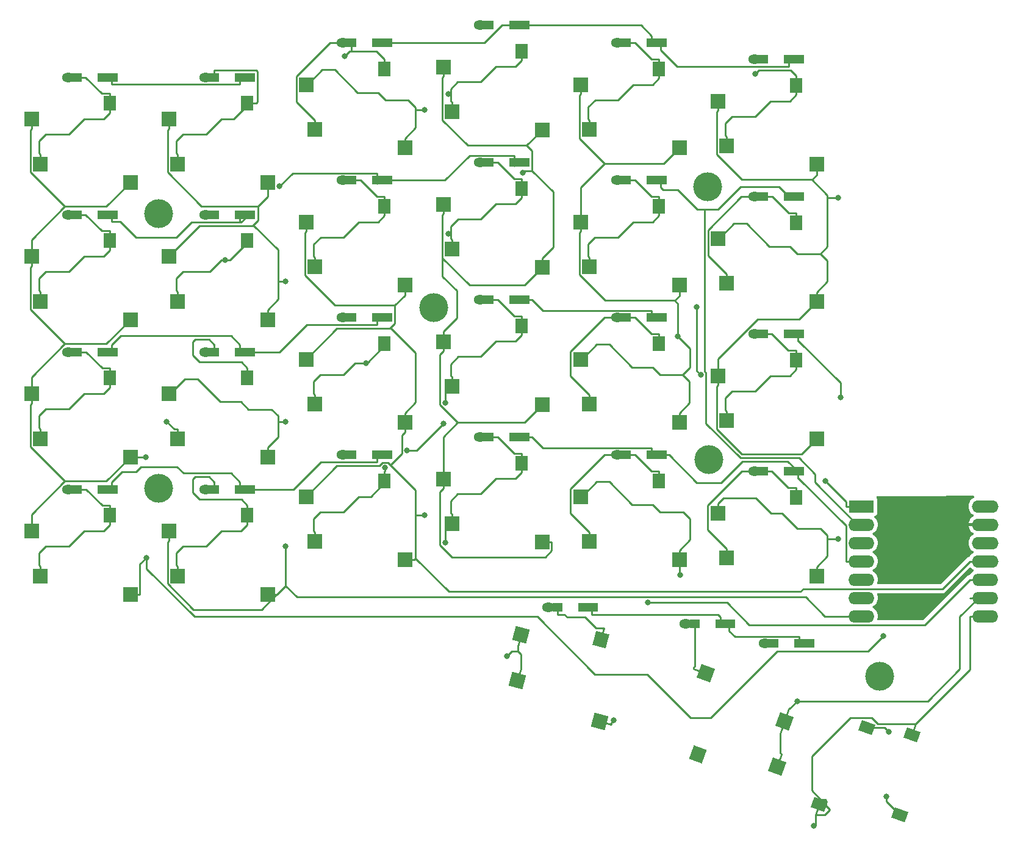
<source format=gbr>
%TF.GenerationSoftware,KiCad,Pcbnew,7.0.10*%
%TF.CreationDate,2024-03-21T20:23:32+01:00*%
%TF.ProjectId,duosync,64756f73-796e-4632-9e6b-696361645f70,rev?*%
%TF.SameCoordinates,Original*%
%TF.FileFunction,Copper,L1,Top*%
%TF.FilePolarity,Positive*%
%FSLAX46Y46*%
G04 Gerber Fmt 4.6, Leading zero omitted, Abs format (unit mm)*
G04 Created by KiCad (PCBNEW 7.0.10) date 2024-03-21 20:23:32*
%MOMM*%
%LPD*%
G01*
G04 APERTURE LIST*
G04 Aperture macros list*
%AMRotRect*
0 Rectangle, with rotation*
0 The origin of the aperture is its center*
0 $1 length*
0 $2 width*
0 $3 Rotation angle, in degrees counterclockwise*
0 Add horizontal line*
21,1,$1,$2,0,0,$3*%
G04 Aperture macros list end*
%TA.AperFunction,SMDPad,CuDef*%
%ADD10R,2.000000X2.000000*%
%TD*%
%TA.AperFunction,SMDPad,CuDef*%
%ADD11R,1.800000X2.000000*%
%TD*%
%TA.AperFunction,ComponentPad*%
%ADD12R,1.778000X1.300000*%
%TD*%
%TA.AperFunction,SMDPad,CuDef*%
%ADD13R,1.400000X1.300000*%
%TD*%
%TA.AperFunction,ComponentPad*%
%ADD14O,1.778000X1.300000*%
%TD*%
%TA.AperFunction,ComponentPad*%
%ADD15R,3.500000X1.700000*%
%TD*%
%TA.AperFunction,ComponentPad*%
%ADD16O,3.600000X1.700000*%
%TD*%
%TA.AperFunction,ComponentPad*%
%ADD17O,3.700000X1.700000*%
%TD*%
%TA.AperFunction,ComponentPad*%
%ADD18C,0.500000*%
%TD*%
%TA.AperFunction,ComponentPad*%
%ADD19C,4.000000*%
%TD*%
%TA.AperFunction,SMDPad,CuDef*%
%ADD20RotRect,1.500000X2.000000X250.000000*%
%TD*%
%TA.AperFunction,SMDPad,CuDef*%
%ADD21RotRect,2.000000X2.000000X340.000000*%
%TD*%
%TA.AperFunction,SMDPad,CuDef*%
%ADD22RotRect,1.900000X2.000000X340.000000*%
%TD*%
%TA.AperFunction,SMDPad,CuDef*%
%ADD23RotRect,2.000000X2.000000X165.000000*%
%TD*%
%TA.AperFunction,SMDPad,CuDef*%
%ADD24RotRect,1.900000X2.000000X165.000000*%
%TD*%
%TA.AperFunction,ViaPad*%
%ADD25C,0.800000*%
%TD*%
%TA.AperFunction,Conductor*%
%ADD26C,0.250000*%
%TD*%
G04 APERTURE END LIST*
D10*
%TO.P,K42,1*%
%TO.N,Column 4*%
X156257200Y-61970100D03*
X142557200Y-53190100D03*
D11*
%TO.P,K42,2*%
%TO.N,Net-(D42-A)*%
X153457200Y-50990100D03*
D10*
X143757200Y-59430100D03*
%TD*%
D12*
%TO.P,D13,1,K*%
%TO.N,Row 3*%
X96507200Y-73679100D03*
D13*
X95282200Y-73679100D03*
%TO.P,D13,2,A*%
%TO.N,Net-(D13-A)*%
X91732200Y-73679100D03*
D14*
X90507200Y-73679100D03*
%TD*%
D10*
%TO.P,K54,1*%
%TO.N,Column 5*%
X175307000Y-102546100D03*
X161607000Y-93766100D03*
D11*
%TO.P,K54,2*%
%TO.N,Net-(D54-A)*%
X172507000Y-91566100D03*
D10*
X162807000Y-100006100D03*
%TD*%
D12*
%TO.P,D31,1,K*%
%TO.N,Row 1*%
X134607200Y-30816100D03*
D13*
X133382200Y-30816100D03*
%TO.P,D31,2,A*%
%TO.N,Net-(D31-A)*%
X129832200Y-30816100D03*
D14*
X128607200Y-30816100D03*
%TD*%
D10*
%TO.P,K41,1*%
%TO.N,Column 4*%
X156257200Y-42920100D03*
X142557200Y-34140100D03*
D11*
%TO.P,K41,2*%
%TO.N,Net-(D41-A)*%
X153457200Y-31940100D03*
D10*
X143757200Y-40380100D03*
%TD*%
D12*
%TO.P,D55,1,K*%
%TO.N,Row 5*%
X182232200Y-111398100D03*
D13*
X181007200Y-111398100D03*
%TO.P,D55,2,A*%
%TO.N,Net-(D55-A)*%
X177457200Y-111398100D03*
D14*
X176232200Y-111398100D03*
%TD*%
D15*
%TO.P,U1,1,PA02_A0_D0*%
%TO.N,Row 1*%
X200550000Y-95100000D03*
D16*
%TO.P,U1,2,PA4_A1_D1*%
%TO.N,Row 2*%
X200550000Y-97640000D03*
%TO.P,U1,3,PA10_A2_D2*%
%TO.N,Row 3*%
X200550000Y-100180000D03*
%TO.P,U1,4,PA11_A3_D3*%
%TO.N,Row 4*%
X200550000Y-102720000D03*
%TO.P,U1,5,PA8_A4_D4_SDA*%
%TO.N,Row 5*%
X200550000Y-105260000D03*
%TO.P,U1,6,PA9_A5_D5_SCL*%
%TO.N,Column 1*%
X200550000Y-107800000D03*
%TO.P,U1,7,PB08_A6_TX*%
%TO.N,Column 2*%
X200550000Y-110340000D03*
%TO.P,U1,8,PB09_D7_RX*%
%TO.N,Column 6*%
X217800000Y-110340000D03*
%TO.P,U1,9,PA7_A8_D8_SCK*%
%TO.N,Column 5*%
X217800000Y-107800000D03*
%TO.P,U1,10,PA5_A9_D9_MISO*%
%TO.N,Column 4*%
X217800000Y-105260000D03*
D17*
%TO.P,U1,11,PA6_A10_D10_MOSI*%
%TO.N,Column 3*%
X217800000Y-102720000D03*
%TO.P,U1,12,3V3*%
%TO.N,unconnected-(U1-3V3-Pad12)*%
X217800000Y-100180000D03*
%TO.P,U1,13,GND*%
%TO.N,ground*%
X217800000Y-97640000D03*
%TO.P,U1,14,5V*%
%TO.N,unconnected-(U1-5V-Pad14)*%
X217800000Y-95100000D03*
%TD*%
D10*
%TO.P,K34,1*%
%TO.N,Column 3*%
X137207200Y-102546100D03*
X123507200Y-93766100D03*
D11*
%TO.P,K34,2*%
%TO.N,Net-(D34-A)*%
X134407200Y-91566100D03*
D10*
X124707200Y-100006100D03*
%TD*%
%TO.P,K14,1*%
%TO.N,Column 1*%
X99107200Y-107309100D03*
X85407200Y-98529100D03*
D11*
%TO.P,K14,2*%
%TO.N,Net-(D14-A)*%
X96307200Y-96329100D03*
D10*
X86607200Y-104769100D03*
%TD*%
D12*
%TO.P,D33,1,K*%
%TO.N,Row 3*%
X134607200Y-68916100D03*
D13*
X133382200Y-68916100D03*
%TO.P,D33,2,A*%
%TO.N,Net-(D33-A)*%
X129832200Y-68916100D03*
D14*
X128607200Y-68916100D03*
%TD*%
D10*
%TO.P,K51,1*%
%TO.N,Column 5*%
X175307000Y-45396100D03*
X161607000Y-36616100D03*
D11*
%TO.P,K51,2*%
%TO.N,Net-(D51-A)*%
X172507000Y-34416100D03*
D10*
X162807000Y-42856100D03*
%TD*%
D12*
%TO.P,D34,1,K*%
%TO.N,Row 4*%
X134607200Y-87966100D03*
D13*
X133382200Y-87966100D03*
%TO.P,D34,2,A*%
%TO.N,Net-(D34-A)*%
X129832200Y-87966100D03*
D14*
X128607200Y-87966100D03*
%TD*%
D12*
%TO.P,D65,1,K*%
%TO.N,Row 5*%
X193193900Y-114136100D03*
D13*
X191968900Y-114136100D03*
%TO.P,D65,2,A*%
%TO.N,Net-(D65-A)*%
X188418900Y-114136100D03*
D14*
X187193900Y-114136100D03*
%TD*%
D18*
%TO.P,s2,1*%
%TO.N,N/C*%
X101500000Y-92600000D03*
X101940000Y-91540000D03*
X101940000Y-93660000D03*
X103000000Y-91100000D03*
D19*
X103000000Y-92600000D03*
D18*
X103000000Y-94100000D03*
X104060000Y-91540000D03*
X104060000Y-93660000D03*
X104500000Y-92600000D03*
%TD*%
D10*
%TO.P,K24,1*%
%TO.N,Column 2*%
X118157200Y-107309100D03*
X104457200Y-98529100D03*
D11*
%TO.P,K24,2*%
%TO.N,Net-(D24-A)*%
X115357200Y-96329100D03*
D10*
X105657200Y-104769100D03*
%TD*%
D18*
%TO.P,s4,1*%
%TO.N,N/C*%
X177700000Y-50800000D03*
X178140000Y-49740000D03*
X178140000Y-51860000D03*
X179200000Y-49300000D03*
D19*
X179200000Y-50800000D03*
D18*
X179200000Y-52300000D03*
X180260000Y-49740000D03*
X180260000Y-51860000D03*
X180700000Y-50800000D03*
%TD*%
D12*
%TO.P,D52,1,K*%
%TO.N,Row 2*%
X172707000Y-49866100D03*
D13*
X171482000Y-49866100D03*
%TO.P,D52,2,A*%
%TO.N,Net-(D52-A)*%
X167932000Y-49866100D03*
D14*
X166707000Y-49866100D03*
%TD*%
D10*
%TO.P,K44,1*%
%TO.N,Column 4*%
X156257200Y-100070100D03*
X142557200Y-91290100D03*
D11*
%TO.P,K44,2*%
%TO.N,Net-(D44-A)*%
X153457200Y-89090100D03*
D10*
X143757200Y-97530100D03*
%TD*%
D12*
%TO.P,D51,1,K*%
%TO.N,Row 1*%
X172707000Y-30816100D03*
D13*
X171482000Y-30816100D03*
%TO.P,D51,2,A*%
%TO.N,Net-(D51-A)*%
X167932000Y-30816100D03*
D14*
X166707000Y-30816100D03*
%TD*%
D10*
%TO.P,K52,1*%
%TO.N,Column 5*%
X175307000Y-64446100D03*
X161607000Y-55666100D03*
D11*
%TO.P,K52,2*%
%TO.N,Net-(D52-A)*%
X172507000Y-53466100D03*
D10*
X162807000Y-61906100D03*
%TD*%
%TO.P,K21,1*%
%TO.N,Column 2*%
X118157200Y-50159100D03*
X104457200Y-41379100D03*
D11*
%TO.P,K21,2*%
%TO.N,Net-(D21-A)*%
X115357200Y-39179100D03*
D10*
X105657200Y-47619100D03*
%TD*%
D20*
%TO.P,K65,1*%
%TO.N,Column 6*%
X194739151Y-136466947D03*
X207606924Y-126784034D03*
%TO.P,K65,2*%
%TO.N,Net-(D65-A)*%
X201332817Y-125777459D03*
X205912026Y-137873097D03*
%TD*%
D10*
%TO.P,K61,1*%
%TO.N,Column 6*%
X194357200Y-47682100D03*
X180657200Y-38902100D03*
D11*
%TO.P,K61,2*%
%TO.N,Net-(D61-A)*%
X191557200Y-36702100D03*
D10*
X181857200Y-45142100D03*
%TD*%
%TO.P,K11,1*%
%TO.N,Column 1*%
X99107200Y-50159100D03*
X85407200Y-41379100D03*
D11*
%TO.P,K11,2*%
%TO.N,Net-(D11-A)*%
X96307200Y-39179100D03*
D10*
X86607200Y-47619100D03*
%TD*%
%TO.P,K13,1*%
%TO.N,Column 1*%
X99107200Y-88259100D03*
X85407200Y-79479100D03*
D11*
%TO.P,K13,2*%
%TO.N,Net-(D13-A)*%
X96307200Y-77279100D03*
D10*
X86607200Y-85719100D03*
%TD*%
%TO.P,K33,1*%
%TO.N,Column 3*%
X137207200Y-83496100D03*
X123507200Y-74716100D03*
D11*
%TO.P,K33,2*%
%TO.N,Net-(D33-A)*%
X134407200Y-72516100D03*
D10*
X124707200Y-80956100D03*
%TD*%
%TO.P,K32,1*%
%TO.N,Column 3*%
X137207200Y-64446100D03*
X123507200Y-55666100D03*
D11*
%TO.P,K32,2*%
%TO.N,Net-(D32-A)*%
X134407200Y-53466100D03*
D10*
X124707200Y-61906100D03*
%TD*%
D18*
%TO.P,s1,1*%
%TO.N,N/C*%
X101500000Y-54500000D03*
X101940000Y-53440000D03*
X101940000Y-55560000D03*
X103000000Y-53000000D03*
D19*
X103000000Y-54500000D03*
D18*
X103000000Y-56000000D03*
X104060000Y-53440000D03*
X104060000Y-55560000D03*
X104500000Y-54500000D03*
%TD*%
D10*
%TO.P,K43,1*%
%TO.N,Column 4*%
X156257200Y-81020100D03*
X142557200Y-72240100D03*
D11*
%TO.P,K43,2*%
%TO.N,Net-(D43-A)*%
X153457200Y-70040100D03*
D10*
X143757200Y-78480100D03*
%TD*%
%TO.P,K23,1*%
%TO.N,Column 2*%
X118157200Y-88259100D03*
X104457200Y-79479100D03*
D11*
%TO.P,K23,2*%
%TO.N,Net-(D23-A)*%
X115357200Y-77279100D03*
D10*
X105657200Y-85719100D03*
%TD*%
D12*
%TO.P,D42,1,K*%
%TO.N,Row 2*%
X153657200Y-47390100D03*
D13*
X152432200Y-47390100D03*
%TO.P,D42,2,A*%
%TO.N,Net-(D42-A)*%
X148882200Y-47390100D03*
D14*
X147657200Y-47390100D03*
%TD*%
D12*
%TO.P,D54,1,K*%
%TO.N,Row 4*%
X172707000Y-87966100D03*
D13*
X171482000Y-87966100D03*
%TO.P,D54,2,A*%
%TO.N,Net-(D54-A)*%
X167932000Y-87966100D03*
D14*
X166707000Y-87966100D03*
%TD*%
D12*
%TO.P,D61,1,K*%
%TO.N,Row 1*%
X191757200Y-33102100D03*
D13*
X190532200Y-33102100D03*
%TO.P,D61,2,A*%
%TO.N,Net-(D61-A)*%
X186982200Y-33102100D03*
D14*
X185757200Y-33102100D03*
%TD*%
D10*
%TO.P,K22,1*%
%TO.N,Column 2*%
X118157200Y-69209100D03*
X104457200Y-60429100D03*
D11*
%TO.P,K22,2*%
%TO.N,Net-(D22-A)*%
X115357200Y-58229100D03*
D10*
X105657200Y-66669100D03*
%TD*%
D12*
%TO.P,D32,1,K*%
%TO.N,Row 2*%
X134607200Y-49866100D03*
D13*
X133382200Y-49866100D03*
%TO.P,D32,2,A*%
%TO.N,Net-(D32-A)*%
X129832200Y-49866100D03*
D14*
X128607200Y-49866100D03*
%TD*%
D12*
%TO.P,D14,1,K*%
%TO.N,Row 4*%
X96507200Y-92729100D03*
D13*
X95282200Y-92729100D03*
%TO.P,D14,2,A*%
%TO.N,Net-(D14-A)*%
X91732200Y-92729100D03*
D14*
X90507200Y-92729100D03*
%TD*%
D12*
%TO.P,D22,1,K*%
%TO.N,Row 2*%
X115557200Y-54629100D03*
D13*
X114332200Y-54629100D03*
%TO.P,D22,2,A*%
%TO.N,Net-(D22-A)*%
X110782200Y-54629100D03*
D14*
X109557200Y-54629100D03*
%TD*%
D18*
%TO.P,s6,1*%
%TO.N,N/C*%
X201600000Y-118700000D03*
X202040000Y-117640000D03*
X202040000Y-119760000D03*
X203100000Y-117200000D03*
D19*
X203100000Y-118700000D03*
D18*
X203100000Y-120200000D03*
X204160000Y-117640000D03*
X204160000Y-119760000D03*
X204600000Y-118700000D03*
%TD*%
D12*
%TO.P,D44,1,K*%
%TO.N,Row 4*%
X153657200Y-85490100D03*
D13*
X152432200Y-85490100D03*
%TO.P,D44,2,A*%
%TO.N,Net-(D44-A)*%
X148882200Y-85490100D03*
D14*
X147657200Y-85490100D03*
%TD*%
D10*
%TO.P,K53,1*%
%TO.N,Column 5*%
X175307000Y-83496100D03*
X161607000Y-74716100D03*
D11*
%TO.P,K53,2*%
%TO.N,Net-(D53-A)*%
X172507000Y-72516100D03*
D10*
X162807000Y-80956100D03*
%TD*%
D18*
%TO.P,s3,1*%
%TO.N,N/C*%
X139700000Y-67500000D03*
X140140000Y-66440000D03*
X140140000Y-68560000D03*
X141200000Y-66000000D03*
D19*
X141200000Y-67500000D03*
D18*
X141200000Y-69000000D03*
X142260000Y-66440000D03*
X142260000Y-68560000D03*
X142700000Y-67500000D03*
%TD*%
D12*
%TO.P,D23,1,K*%
%TO.N,Row 3*%
X115557200Y-73679100D03*
D13*
X114332200Y-73679100D03*
%TO.P,D23,2,A*%
%TO.N,Net-(D23-A)*%
X110782200Y-73679100D03*
D14*
X109557200Y-73679100D03*
%TD*%
D12*
%TO.P,D63,1,K*%
%TO.N,Row 3*%
X191757200Y-71202100D03*
D13*
X190532200Y-71202100D03*
%TO.P,D63,2,A*%
%TO.N,Net-(D63-A)*%
X186982200Y-71202100D03*
D14*
X185757200Y-71202100D03*
%TD*%
D10*
%TO.P,K31,1*%
%TO.N,Column 3*%
X137207200Y-45396100D03*
X123507200Y-36616100D03*
D11*
%TO.P,K31,2*%
%TO.N,Net-(D31-A)*%
X134407200Y-34416100D03*
D10*
X124707200Y-42856100D03*
%TD*%
D12*
%TO.P,D41,1,K*%
%TO.N,Row 1*%
X153657200Y-28340100D03*
D13*
X152432200Y-28340100D03*
%TO.P,D41,2,A*%
%TO.N,Net-(D41-A)*%
X148882200Y-28340100D03*
D14*
X147657200Y-28340100D03*
%TD*%
D10*
%TO.P,K12,1*%
%TO.N,Column 1*%
X99107200Y-69209100D03*
X85407200Y-60429100D03*
D11*
%TO.P,K12,2*%
%TO.N,Net-(D12-A)*%
X96307200Y-58229100D03*
D10*
X86607200Y-66669100D03*
%TD*%
D18*
%TO.P,s5,1*%
%TO.N,N/C*%
X177900000Y-88600000D03*
X178340000Y-87540000D03*
X178340000Y-89660000D03*
X179400000Y-87100000D03*
D19*
X179400000Y-88600000D03*
D18*
X179400000Y-90100000D03*
X180460000Y-87540000D03*
X180460000Y-89660000D03*
X180900000Y-88600000D03*
%TD*%
D12*
%TO.P,D53,1,K*%
%TO.N,Row 3*%
X172707000Y-68916100D03*
D13*
X171482000Y-68916100D03*
%TO.P,D53,2,A*%
%TO.N,Net-(D53-A)*%
X167932000Y-68916100D03*
D14*
X166707000Y-68916100D03*
%TD*%
D12*
%TO.P,D24,1,K*%
%TO.N,Row 4*%
X115557200Y-92729100D03*
D13*
X114332200Y-92729100D03*
%TO.P,D24,2,A*%
%TO.N,Net-(D24-A)*%
X110782200Y-92729100D03*
D14*
X109557200Y-92729100D03*
%TD*%
D10*
%TO.P,K64,1*%
%TO.N,Column 6*%
X194357200Y-104832100D03*
X180657200Y-96052100D03*
D11*
%TO.P,K64,2*%
%TO.N,Net-(D64-A)*%
X191557200Y-93852100D03*
D10*
X181857200Y-102292100D03*
%TD*%
D12*
%TO.P,D21,1,K*%
%TO.N,Row 1*%
X115557200Y-35579100D03*
D13*
X114332200Y-35579100D03*
%TO.P,D21,2,A*%
%TO.N,Net-(D21-A)*%
X110782200Y-35579100D03*
D14*
X109557200Y-35579100D03*
%TD*%
D10*
%TO.P,K63,1*%
%TO.N,Column 6*%
X194357200Y-85782100D03*
X180657200Y-77002100D03*
D11*
%TO.P,K63,2*%
%TO.N,Net-(D63-A)*%
X191557200Y-74802100D03*
D10*
X181857200Y-83242100D03*
%TD*%
D12*
%TO.P,D43,1,K*%
%TO.N,Row 3*%
X153657200Y-66440100D03*
D13*
X152432200Y-66440100D03*
%TO.P,D43,2,A*%
%TO.N,Net-(D43-A)*%
X148882200Y-66440100D03*
D14*
X147657200Y-66440100D03*
%TD*%
D12*
%TO.P,D11,1,K*%
%TO.N,Row 1*%
X96507200Y-35579100D03*
D13*
X95282200Y-35579100D03*
%TO.P,D11,2,A*%
%TO.N,Net-(D11-A)*%
X91732200Y-35579100D03*
D14*
X90507200Y-35579100D03*
%TD*%
D12*
%TO.P,D64,1,K*%
%TO.N,Row 4*%
X191757200Y-90252100D03*
D13*
X190532200Y-90252100D03*
%TO.P,D64,2,A*%
%TO.N,Net-(D64-A)*%
X186982200Y-90252100D03*
D14*
X185757200Y-90252100D03*
%TD*%
D12*
%TO.P,D62,1,K*%
%TO.N,Row 2*%
X191757200Y-52152100D03*
D13*
X190532200Y-52152100D03*
%TO.P,D62,2,A*%
%TO.N,Net-(D62-A)*%
X186982200Y-52152100D03*
D14*
X185757200Y-52152100D03*
%TD*%
D10*
%TO.P,K62,1*%
%TO.N,Column 6*%
X194357200Y-66732100D03*
X180657200Y-57952100D03*
D11*
%TO.P,K62,2*%
%TO.N,Net-(D62-A)*%
X191557200Y-55752100D03*
D10*
X181857200Y-64192100D03*
%TD*%
D12*
%TO.P,D12,1,K*%
%TO.N,Row 2*%
X96507200Y-54629100D03*
D13*
X95282200Y-54629100D03*
%TO.P,D12,2,A*%
%TO.N,Net-(D12-A)*%
X91732200Y-54629100D03*
D14*
X90507200Y-54629100D03*
%TD*%
D12*
%TO.P,D45,1,K*%
%TO.N,Row 5*%
X163182200Y-109112100D03*
D13*
X161957200Y-109112100D03*
%TO.P,D45,2,A*%
%TO.N,Net-(D45-A)*%
X158407200Y-109112100D03*
D14*
X157182200Y-109112100D03*
%TD*%
D21*
%TO.P,K55,1*%
%TO.N,Column 5*%
X188893436Y-131174126D03*
X189900010Y-124900020D03*
D22*
%TO.P,K55,2*%
%TO.N,Net-(D55-A)*%
X177898342Y-129513430D03*
D21*
X179022584Y-118237949D03*
%TD*%
D23*
%TO.P,K45,1*%
%TO.N,Column 4*%
X153315831Y-112941740D03*
X152859911Y-119279700D03*
D24*
%TO.P,K45,2*%
%TO.N,Net-(D45-A)*%
X164413825Y-113637831D03*
D23*
X164276584Y-124968390D03*
%TD*%
D25*
%TO.N,Column 1*%
X203600000Y-113100000D03*
X101286200Y-88300500D03*
X101336200Y-102222200D03*
%TO.N,Column 2*%
X120646900Y-63924100D03*
X120646900Y-83341300D03*
X120671900Y-100644300D03*
%TO.N,Column 6*%
X193989600Y-139432600D03*
X197353200Y-99594900D03*
X197361500Y-52269600D03*
%TO.N,Column 5*%
X175416900Y-104630800D03*
X191661500Y-122110900D03*
X175121900Y-71526000D03*
%TO.N,Column 4*%
X153554800Y-48816600D03*
X170965400Y-108456000D03*
X151393900Y-115881400D03*
%TO.N,Column 3*%
X139957700Y-96283200D03*
X139957700Y-40134200D03*
%TO.N,Row 1*%
X195617600Y-91599100D03*
X178299200Y-76860200D03*
X177751600Y-67458900D03*
%TO.N,Row 2*%
X119844700Y-50724500D03*
%TO.N,Row 3*%
X197671600Y-79984000D03*
%TO.N,Row 4*%
X142567800Y-83599700D03*
X137513000Y-87345000D03*
%TO.N,Net-(D22-A)*%
X112250900Y-60929100D03*
%TO.N,Net-(D23-A)*%
X104161200Y-83341300D03*
%TO.N,Net-(D61-A)*%
X185836300Y-35077600D03*
%TO.N,Net-(D31-A)*%
X128857200Y-32667000D03*
%TO.N,Net-(D33-A)*%
X131822400Y-75216100D03*
%TO.N,Net-(D34-A)*%
X134437300Y-89748100D03*
%TO.N,Net-(D41-A)*%
X143239100Y-37877700D03*
%TO.N,Net-(D42-A)*%
X143256300Y-57300700D03*
%TO.N,Net-(D43-A)*%
X142832700Y-80720200D03*
%TO.N,Net-(D44-A)*%
X142834300Y-100144800D03*
%TO.N,Net-(D45-A)*%
X166199100Y-124795400D03*
%TO.N,Net-(D65-A)*%
X204079100Y-135395000D03*
X204356000Y-126383200D03*
%TO.N,ground*%
X207600000Y-104800000D03*
X207900000Y-110200000D03*
%TD*%
D26*
%TO.N,Column 1*%
X85235000Y-42878200D02*
X85407200Y-42706000D01*
X85407200Y-60429100D02*
X85407200Y-58098900D01*
X85407200Y-79479100D02*
X85407200Y-80806000D01*
X101336200Y-103734496D02*
X108001704Y-110400000D01*
X100434100Y-103124300D02*
X100434100Y-107309100D01*
X85407200Y-77148900D02*
X90009900Y-72546200D01*
X90009900Y-91596200D02*
X85235000Y-86821300D01*
X85235000Y-80978200D02*
X85407200Y-80806000D01*
X179685562Y-124414438D02*
X188900000Y-115200000D01*
X85407200Y-60429100D02*
X85407200Y-61756000D01*
X85235000Y-67771300D02*
X85235000Y-61928200D01*
X101336200Y-102222200D02*
X100434100Y-103124300D01*
X99107200Y-107309100D02*
X100434100Y-107309100D01*
X90009900Y-53496200D02*
X85235000Y-48721300D01*
X90009900Y-72546200D02*
X85235000Y-67771300D01*
X85407200Y-98529100D02*
X85407200Y-96198900D01*
X101336200Y-102222200D02*
X101336200Y-103734496D01*
X101286200Y-88300500D02*
X100475500Y-88300500D01*
X90009900Y-72546200D02*
X95770100Y-72546200D01*
X108001704Y-110400000D02*
X155617772Y-110400000D01*
X85407200Y-96198900D02*
X90009900Y-91596200D01*
X95770100Y-72546200D02*
X99107200Y-69209100D01*
X90009900Y-53496200D02*
X95770100Y-53496200D01*
X163617772Y-118400000D02*
X170859469Y-118400000D01*
X176873907Y-124414438D02*
X179685562Y-124414438D01*
X188900000Y-115200000D02*
X201200000Y-115200000D01*
X85235000Y-48721300D02*
X85235000Y-42878200D01*
X155617772Y-110400000D02*
X163617772Y-118400000D01*
X201200000Y-115200000D02*
X201500000Y-115200000D01*
X95770100Y-91596200D02*
X99107200Y-88259100D01*
X95770100Y-53496200D02*
X99107200Y-50159100D01*
X201500000Y-115200000D02*
X203600000Y-113100000D01*
X90009900Y-91596200D02*
X95770100Y-91596200D01*
X85407200Y-41379100D02*
X85407200Y-42706000D01*
X85235000Y-86821300D02*
X85235000Y-80978200D01*
X85407200Y-58098900D02*
X90009900Y-53496200D01*
X85407200Y-79479100D02*
X85407200Y-77148900D01*
X170859469Y-118400000D02*
X176873907Y-124414438D01*
X100475500Y-88300500D02*
X100434100Y-88259100D01*
X99107200Y-88259100D02*
X100434100Y-88259100D01*
X85235000Y-61928200D02*
X85407200Y-61756000D01*
%TO.N,Column 2*%
X195523700Y-110340000D02*
X192861300Y-107677600D01*
X118157200Y-88259100D02*
X118157200Y-86932200D01*
X119655400Y-63924100D02*
X119655400Y-59536200D01*
X119484100Y-107309100D02*
X120671900Y-106121300D01*
X118157200Y-67882200D02*
X119655400Y-66384000D01*
X104457200Y-60429100D02*
X108734100Y-56152200D01*
X111617400Y-80602100D02*
X111617400Y-80602200D01*
X116816500Y-53491200D02*
X118157200Y-52150500D01*
X107851200Y-109426700D02*
X104272900Y-105848400D01*
X118157200Y-69209100D02*
X118157200Y-67882200D01*
X119655400Y-66384000D02*
X119655400Y-63924100D01*
X118157200Y-107309100D02*
X119484100Y-107309100D01*
X120671900Y-106121300D02*
X120671900Y-100644300D01*
X116816500Y-53491200D02*
X116816500Y-55446600D01*
X104285800Y-48776200D02*
X109000800Y-53491200D01*
X108734100Y-56152200D02*
X116110900Y-56152200D01*
X118157200Y-52150500D02*
X118157200Y-50159100D01*
X109000800Y-53491200D02*
X116816500Y-53491200D01*
X104457200Y-42706000D02*
X104285800Y-42877400D01*
X119592300Y-85497100D02*
X118157200Y-86932200D01*
X104457200Y-79479100D02*
X104620200Y-79479100D01*
X119592300Y-82547200D02*
X119592300Y-83341300D01*
X104457200Y-98529100D02*
X104457200Y-99856000D01*
X117366500Y-109426700D02*
X107851200Y-109426700D01*
X119592300Y-83341300D02*
X119592300Y-85497100D01*
X192861300Y-107677600D02*
X122228200Y-107677600D01*
X104620200Y-79479000D02*
X106697000Y-77402200D01*
X104272900Y-100040300D02*
X104457200Y-99856000D01*
X104272900Y-105848400D02*
X104272900Y-100040300D01*
X119420800Y-107372500D02*
X119420700Y-107372500D01*
X111617400Y-80602200D02*
X114458600Y-80602200D01*
X116110900Y-56152200D02*
X116191200Y-56071900D01*
X119655400Y-59536200D02*
X116191200Y-56071900D01*
X119420700Y-107372500D02*
X117366500Y-109426700D01*
X120646900Y-63924100D02*
X119655400Y-63924100D01*
X114458600Y-80602200D02*
X115497700Y-81641300D01*
X201550000Y-110340000D02*
X195523700Y-110340000D01*
X118686400Y-81641300D02*
X119592300Y-82547200D01*
X104285800Y-42877400D02*
X104285800Y-48776200D01*
X122228200Y-107677600D02*
X120671900Y-106121300D01*
X115497700Y-81641300D02*
X118686400Y-81641300D01*
X119484100Y-107309200D02*
X119420800Y-107372500D01*
X104457200Y-41379100D02*
X104457200Y-42706000D01*
X104620200Y-79479100D02*
X104620200Y-79479000D01*
X119484100Y-107309100D02*
X119484100Y-107309200D01*
X116816500Y-55446600D02*
X116191200Y-56071900D01*
X120646900Y-83341300D02*
X119592300Y-83341300D01*
X108417500Y-77402200D02*
X111617400Y-80602100D01*
X106697000Y-77402200D02*
X108417500Y-77402200D01*
%TO.N,Column 6*%
X182897000Y-55875200D02*
X184617500Y-55875200D01*
X194907900Y-98177000D02*
X191660400Y-98177000D01*
X194205700Y-139216500D02*
X194205700Y-137932800D01*
X194205700Y-137932800D02*
X195489400Y-137932800D01*
X194891300Y-135762400D02*
X193674600Y-134545700D01*
X195828500Y-102033900D02*
X195828500Y-99594900D01*
X194357200Y-47682100D02*
X194357200Y-49009000D01*
X195875200Y-51971700D02*
X193700900Y-49797400D01*
X195627100Y-135835500D02*
X195554000Y-135762400D01*
X191660400Y-60077000D02*
X194907900Y-60077000D01*
X196183900Y-137238300D02*
X196183900Y-137164600D01*
X194357200Y-103505200D02*
X195828500Y-102033900D01*
X215673100Y-110340000D02*
X215673100Y-117785500D01*
X195824100Y-60993200D02*
X195824100Y-63938300D01*
X194357200Y-85782100D02*
X192259000Y-87880300D01*
X187817400Y-59075200D02*
X190658600Y-59075200D01*
X180484800Y-84389300D02*
X180484800Y-78501400D01*
X191913600Y-69175700D02*
X194357200Y-66732100D01*
X193700900Y-49797400D02*
X194357200Y-49141100D01*
X195828500Y-99594900D02*
X195828500Y-99097600D01*
X180530300Y-40355900D02*
X180530300Y-46327700D01*
X194357200Y-49141100D02*
X194357200Y-49009000D01*
X208140500Y-125318100D02*
X208140400Y-125318100D01*
X180820200Y-57952000D02*
X182897000Y-55875200D01*
X187817400Y-59075100D02*
X187817400Y-59075200D01*
X195875200Y-59109700D02*
X195875200Y-52269600D01*
X192259000Y-87880300D02*
X183975800Y-87880300D01*
X195875200Y-52269600D02*
X197361500Y-52269600D01*
X216800000Y-110340000D02*
X215673100Y-110340000D01*
X195875200Y-52269600D02*
X195875200Y-51971700D01*
X184000000Y-49797400D02*
X193700900Y-49797400D01*
X185928800Y-93972000D02*
X181410400Y-93972000D01*
X195489400Y-137932800D02*
X196183900Y-137238300D01*
X201980400Y-124403800D02*
X202894700Y-125318100D01*
X194357200Y-104832100D02*
X194357200Y-103505200D01*
X215673100Y-117785500D02*
X208140500Y-125318100D01*
X193989600Y-139432600D02*
X194205700Y-139216500D01*
X180530300Y-46327700D02*
X184000000Y-49797400D01*
X196183900Y-137164600D02*
X195627100Y-136607800D01*
X194907900Y-60077000D02*
X195875200Y-59109700D01*
X188004300Y-96047500D02*
X185928800Y-93972000D01*
X191660400Y-98177000D02*
X189530900Y-96047500D01*
X193674600Y-129789100D02*
X199059900Y-124403800D01*
X195824100Y-63938300D02*
X194357200Y-65405200D01*
X180657200Y-40229000D02*
X180530300Y-40355900D01*
X195828500Y-99594900D02*
X197353200Y-99594900D01*
X194907900Y-60077000D02*
X195824100Y-60993200D01*
X180657200Y-96052100D02*
X180657200Y-94725200D01*
X199059900Y-124403800D02*
X201980400Y-124403800D01*
X194739200Y-136466900D02*
X194205700Y-137932800D01*
X195828500Y-99097600D02*
X194907900Y-98177000D01*
X180657200Y-77243900D02*
X180657200Y-77002100D01*
X195627100Y-136607800D02*
X195627100Y-135835500D01*
X207606900Y-126784000D02*
X208140400Y-125318100D01*
X184617500Y-55875200D02*
X187817400Y-59075100D01*
X180657200Y-77243900D02*
X180657200Y-78329000D01*
X186160900Y-69175700D02*
X191913600Y-69175700D01*
X180484800Y-78501400D02*
X180657200Y-78329000D01*
X181410400Y-93972000D02*
X180657200Y-94725200D01*
X202894700Y-125318100D02*
X208140400Y-125318100D01*
X189530900Y-96047500D02*
X188004300Y-96047500D01*
X180657200Y-77002100D02*
X180657200Y-74679400D01*
X193674600Y-134545700D02*
X193674600Y-129789100D01*
X190658600Y-59075200D02*
X191660400Y-60077000D01*
X180657200Y-74679400D02*
X186160900Y-69175700D01*
X195554000Y-135762400D02*
X194891300Y-135762400D01*
X180657200Y-57952100D02*
X180820200Y-57952100D01*
X183975800Y-87880300D02*
X180484800Y-84389300D01*
X180657200Y-38902100D02*
X180657200Y-40229000D01*
X194357200Y-66732100D02*
X194357200Y-65405200D01*
X180820200Y-57952100D02*
X180820200Y-57952000D01*
%TO.N,Column 5*%
X165567300Y-91689200D02*
X168767200Y-94889100D01*
X189281100Y-129242100D02*
X189512300Y-129473300D01*
X161607000Y-55907900D02*
X161607000Y-55666100D01*
X216800000Y-107800000D02*
X215673100Y-107800000D01*
X175307000Y-83496100D02*
X175307000Y-82169200D01*
X175307000Y-64446100D02*
X175307000Y-65773000D01*
X175810500Y-95891100D02*
X176782400Y-96863000D01*
X161607000Y-55666100D02*
X161607000Y-50864300D01*
X168767200Y-94889100D02*
X168767200Y-94889200D01*
X171608400Y-75839200D02*
X172610200Y-76841000D01*
X175307000Y-104520900D02*
X175416900Y-104630800D01*
X168767200Y-94889200D02*
X171608400Y-94889200D01*
X168767200Y-75839200D02*
X171608400Y-75839200D01*
X209789100Y-122110900D02*
X214200000Y-117700000D01*
X171608400Y-94889200D02*
X172610300Y-95891100D01*
X163846800Y-72639200D02*
X165567300Y-72639200D01*
X161607000Y-56993000D02*
X161436100Y-57163900D01*
X190573200Y-123199200D02*
X190519000Y-123199200D01*
X176740800Y-77790000D02*
X176740800Y-80735400D01*
X161770000Y-93766100D02*
X161770000Y-93766000D01*
X161436100Y-57163900D02*
X161436100Y-63006300D01*
X161607000Y-55907900D02*
X161607000Y-56993000D01*
X161480100Y-44057200D02*
X161480100Y-38069900D01*
X176782400Y-96863000D02*
X176782400Y-99743800D01*
X214200000Y-110400000D02*
X216800000Y-107800000D01*
X189281000Y-126600800D02*
X189281100Y-126600800D01*
X161607000Y-36616100D02*
X161607000Y-37943000D01*
X214200000Y-117700000D02*
X214200000Y-110400000D01*
X161607000Y-50864300D02*
X164947100Y-47524200D01*
X175307000Y-45396100D02*
X173178900Y-47524200D01*
X161436100Y-63006300D02*
X164991200Y-66561400D01*
X175791800Y-76841000D02*
X176740800Y-77790000D01*
X189281100Y-126600800D02*
X189281100Y-129242100D01*
X175121900Y-71526000D02*
X176787400Y-73191500D01*
X172610200Y-76841000D02*
X175791800Y-76841000D01*
X165567300Y-72639200D02*
X168767200Y-75839100D01*
X174650700Y-66561400D02*
X175307000Y-65905100D01*
X189900000Y-124900000D02*
X190519000Y-123199200D01*
X168767200Y-75839100D02*
X168767200Y-75839200D01*
X175121900Y-67032600D02*
X175121900Y-71526000D01*
X173178900Y-47524200D02*
X164947100Y-47524200D01*
X175307000Y-102546100D02*
X175307000Y-101219200D01*
X176740800Y-80735400D02*
X175307000Y-82169200D01*
X176787400Y-75845400D02*
X175791800Y-76841000D01*
X175307000Y-65905100D02*
X175307000Y-65773000D01*
X164947100Y-47524200D02*
X161480100Y-44057200D01*
X161770000Y-74716000D02*
X163846800Y-72639200D01*
X161480100Y-38069900D02*
X161607000Y-37943000D01*
X161607000Y-93766100D02*
X161770000Y-93766100D01*
X191661500Y-122110900D02*
X209789100Y-122110900D01*
X188893400Y-131174100D02*
X189512400Y-129473300D01*
X174650700Y-66561400D02*
X175121900Y-67032600D01*
X161607000Y-74716100D02*
X161770000Y-74716100D01*
X172610300Y-95891100D02*
X175810500Y-95891100D01*
X163846800Y-91689200D02*
X165567300Y-91689200D01*
X189900000Y-124900000D02*
X189281000Y-126600800D01*
X191661500Y-122110900D02*
X190573200Y-123199200D01*
X161770000Y-74716100D02*
X161770000Y-74716000D01*
X175307000Y-102546100D02*
X175307000Y-104520900D01*
X164991200Y-66561400D02*
X174650700Y-66561400D01*
X161770000Y-93766000D02*
X163846800Y-91689200D01*
X189512300Y-129473300D02*
X189512400Y-129473300D01*
X176787400Y-73191500D02*
X176787400Y-75845400D01*
X176782400Y-99743800D02*
X175307000Y-101219200D01*
%TO.N,Column 4*%
X142557200Y-72240100D02*
X142557200Y-73567000D01*
X142557200Y-53190100D02*
X142557200Y-54517000D01*
X142107400Y-100486300D02*
X142107400Y-93066800D01*
X153295300Y-117654600D02*
X153295300Y-115650000D01*
X181906500Y-108456000D02*
X170965400Y-108456000D01*
X153295300Y-115650000D02*
X152880400Y-115235100D01*
X153315800Y-112941700D02*
X152880300Y-114566900D01*
X154875000Y-48553000D02*
X153818400Y-48553000D01*
X142557200Y-70842800D02*
X142557200Y-72240100D01*
X143771600Y-102150500D02*
X142107400Y-100486300D01*
X142430300Y-63230300D02*
X144400000Y-65200000D01*
X145946000Y-45056000D02*
X154121300Y-45056000D01*
X142557200Y-73567000D02*
X142093500Y-74030700D01*
X152880400Y-115235100D02*
X152040200Y-115235100D01*
X156687000Y-102150500D02*
X143771600Y-102150500D01*
X157584100Y-100070100D02*
X157584100Y-101253400D01*
X216800000Y-105260000D02*
X215673100Y-105260000D01*
X153813600Y-83463700D02*
X156257200Y-81020100D01*
X152880400Y-114566900D02*
X152880300Y-114566900D01*
X142557200Y-54517000D02*
X142430300Y-54643900D01*
X142557200Y-35467000D02*
X142396000Y-35628200D01*
X156257200Y-100070100D02*
X157584100Y-100070100D01*
X142557200Y-85451400D02*
X144544900Y-83463700D01*
X154875000Y-45809700D02*
X154121300Y-45056000D01*
X152859900Y-119279700D02*
X153295300Y-117654600D01*
X142430300Y-60500000D02*
X142430300Y-63230300D01*
X156257200Y-61970100D02*
X156257200Y-60643200D01*
X156257200Y-60643200D02*
X157779300Y-59121100D01*
X142557200Y-34140100D02*
X142557200Y-35467000D01*
X152880400Y-115235100D02*
X152880400Y-114566900D01*
X144544900Y-83463700D02*
X153813600Y-83463700D01*
X157779300Y-59121100D02*
X157779300Y-51457300D01*
X146203300Y-64413700D02*
X153813600Y-64413700D01*
X142396000Y-41506000D02*
X145946000Y-45056000D01*
X142107400Y-93066800D02*
X142557200Y-92617000D01*
X144400000Y-69000000D02*
X142557200Y-70842800D01*
X154875000Y-48553000D02*
X154875000Y-45809700D01*
X142557200Y-91290100D02*
X142557200Y-85451400D01*
X142557200Y-91531900D02*
X142557200Y-92617000D01*
X153818400Y-48553000D02*
X153554800Y-48816600D01*
X157779300Y-51457300D02*
X154875000Y-48553000D01*
X142396000Y-35628200D02*
X142396000Y-41506000D01*
X142093500Y-81012300D02*
X144544900Y-83463700D01*
X142557200Y-91531900D02*
X142557200Y-91290100D01*
X142430300Y-54643900D02*
X142430300Y-60500000D01*
X152040200Y-115235100D02*
X151393900Y-115881400D01*
X157584100Y-101253400D02*
X156687000Y-102150500D01*
X209383500Y-111549600D02*
X185000100Y-111549600D01*
X153813600Y-64413700D02*
X156257200Y-61970100D01*
X142093500Y-74030700D02*
X142093500Y-81012300D01*
X142430300Y-60640700D02*
X146203300Y-64413700D01*
X144400000Y-65200000D02*
X144400000Y-69000000D01*
X154121300Y-45056000D02*
X156257200Y-42920100D01*
X142430300Y-60500000D02*
X142430300Y-60640700D01*
X185000100Y-111549600D02*
X181906500Y-108456000D01*
X215673100Y-105260000D02*
X209383500Y-111549600D01*
%TO.N,Column 3*%
X138694100Y-39741300D02*
X138694100Y-40134200D01*
X130667400Y-37739100D02*
X130667400Y-37739200D01*
X138723700Y-73822500D02*
X135220000Y-70318800D01*
X123507200Y-55666100D02*
X123507200Y-56993000D01*
X137207200Y-64446100D02*
X137207200Y-65864900D01*
X138495700Y-102546100D02*
X138723700Y-102318100D01*
X130667400Y-37739200D02*
X133508600Y-37739200D01*
X134136300Y-89021200D02*
X133668400Y-89489100D01*
X215623100Y-102720000D02*
X211813100Y-106530000D01*
X137207200Y-82169200D02*
X138723700Y-80652700D01*
X137207200Y-84823000D02*
X136786100Y-85244100D01*
X127467500Y-34539200D02*
X130667400Y-37739100D01*
X137207200Y-102546100D02*
X138495700Y-102546100D01*
X192122100Y-106944400D02*
X143350000Y-106944400D01*
X137207200Y-65864900D02*
X135841000Y-67231100D01*
X123670200Y-36616100D02*
X123670200Y-36616000D01*
X137693800Y-38741000D02*
X138694100Y-39741300D01*
X123354200Y-63042800D02*
X123354200Y-57146000D01*
X123507200Y-74716100D02*
X127784100Y-70439200D01*
X139957700Y-96283200D02*
X138723700Y-96283200D01*
X138723700Y-96283200D02*
X138723700Y-92872500D01*
X211813100Y-106530000D02*
X192536500Y-106530000D01*
X135220000Y-70318800D02*
X135841000Y-69697800D01*
X137207200Y-45174300D02*
X137207200Y-45396100D01*
X133508600Y-37739200D02*
X134510400Y-38741000D01*
X123507200Y-36616100D02*
X123670200Y-36616100D01*
X134872400Y-89021200D02*
X134136300Y-89021200D01*
X137207200Y-83496100D02*
X137207200Y-84823000D01*
X136786100Y-85244100D02*
X136786100Y-87802700D01*
X127784100Y-70439200D02*
X135099600Y-70439200D01*
X135220000Y-89368800D02*
X134872400Y-89021200D01*
X127542500Y-67231100D02*
X123354200Y-63042800D01*
X137207200Y-45174300D02*
X137207200Y-44069200D01*
X138723700Y-92872500D02*
X135220000Y-89368800D01*
X192536500Y-106530000D02*
X192122100Y-106944400D01*
X134510400Y-38741000D02*
X137693800Y-38741000D01*
X137207200Y-83496100D02*
X137207200Y-82169200D01*
X143350000Y-106944400D02*
X138723700Y-102318100D01*
X133668400Y-89489200D02*
X127784100Y-89489200D01*
X133668400Y-89489100D02*
X133668400Y-89489200D01*
X135841000Y-67231100D02*
X127542500Y-67231100D01*
X123354200Y-57146000D02*
X123507200Y-56993000D01*
X123670200Y-36616000D02*
X125747000Y-34539200D01*
X135099600Y-70439200D02*
X135220000Y-70318800D01*
X138694100Y-42582300D02*
X137207200Y-44069200D01*
X216800000Y-102720000D02*
X215623100Y-102720000D01*
X125747000Y-34539200D02*
X127467500Y-34539200D01*
X138694100Y-40134200D02*
X139957700Y-40134200D01*
X138723700Y-102318100D02*
X138723700Y-96283200D01*
X138694100Y-40134200D02*
X138694100Y-42582300D01*
X135841000Y-69697800D02*
X135841000Y-67231100D01*
X138723700Y-80652700D02*
X138723700Y-73822500D01*
X136786100Y-87802700D02*
X135220000Y-89368800D01*
X127784100Y-89489200D02*
X123507200Y-93766100D01*
%TO.N,Row 1*%
X171482000Y-30816100D02*
X171482000Y-30327600D01*
X198473100Y-94454600D02*
X195617600Y-91599100D01*
X171482000Y-30327600D02*
X171491100Y-30336700D01*
X172707000Y-30816100D02*
X172707000Y-31793000D01*
X198473100Y-95100000D02*
X198473100Y-94454600D01*
X114332200Y-35579100D02*
X114332200Y-36556000D01*
X169982900Y-28340100D02*
X171482000Y-29839200D01*
X190532200Y-34079000D02*
X174993000Y-34079000D01*
X171482000Y-30327600D02*
X171482000Y-29839200D01*
X148218500Y-30816100D02*
X134607200Y-30816100D01*
X114332200Y-36556000D02*
X96507200Y-36556000D01*
X174993000Y-34079000D02*
X172707000Y-31793000D01*
X177751600Y-76312600D02*
X177751600Y-67458900D01*
X172707000Y-30816100D02*
X171491100Y-30816100D01*
X150694400Y-28340200D02*
X148218500Y-30816100D01*
X190532200Y-33102100D02*
X190532200Y-34079000D01*
X153657200Y-28340100D02*
X152432200Y-28340100D01*
X96507200Y-35579100D02*
X96507200Y-36556000D01*
X191757200Y-33102100D02*
X190532200Y-33102100D01*
X133382200Y-30816100D02*
X134607200Y-30816100D01*
X178299200Y-76860200D02*
X177751600Y-76312600D01*
X95282200Y-35579100D02*
X96507200Y-35579100D01*
X114332200Y-35579100D02*
X115557200Y-35579100D01*
X171491100Y-30336700D02*
X171491100Y-30816100D01*
X150694400Y-28340100D02*
X150694400Y-28340200D01*
X152432200Y-28340100D02*
X151405300Y-28340100D01*
X151405300Y-28340100D02*
X150694400Y-28340100D01*
X201550000Y-95100000D02*
X198473100Y-95100000D01*
X153657200Y-28340100D02*
X169982900Y-28340100D01*
%TO.N,Row 2*%
X152441300Y-47869400D02*
X152441300Y-47390100D01*
X142755400Y-49866100D02*
X146208300Y-46413200D01*
X153049300Y-47390100D02*
X153657200Y-47390100D01*
X95282200Y-54629100D02*
X96507200Y-54629100D01*
X114486300Y-55700000D02*
X115557200Y-54629100D01*
X153049300Y-47390100D02*
X152441300Y-47390100D01*
X99900000Y-57800000D02*
X105500000Y-57800000D01*
X152432200Y-47390100D02*
X152432200Y-46413200D01*
X201550000Y-97640000D02*
X200024000Y-97640000D01*
X114332200Y-55117500D02*
X114332200Y-55606000D01*
X178791300Y-76324300D02*
X178791300Y-53991300D01*
X175075200Y-51175200D02*
X177800000Y-53900000D01*
X107600000Y-55700000D02*
X114486300Y-55700000D01*
X96507200Y-55606000D02*
X97706000Y-55606000D01*
X152432200Y-47878500D02*
X152441300Y-47869400D01*
X121680000Y-48889200D02*
X133382200Y-48889200D01*
X133382200Y-49866100D02*
X133382200Y-50354500D01*
X134607200Y-49866100D02*
X142755400Y-49866100D01*
X194176800Y-91792800D02*
X194176800Y-90630000D01*
X191928800Y-88382000D02*
X183778400Y-88382000D01*
X133999300Y-49866100D02*
X133391300Y-49866100D01*
X194176800Y-90630000D02*
X191928800Y-88382000D01*
X97706000Y-55606000D02*
X99900000Y-57800000D01*
X133391300Y-50345400D02*
X133391300Y-49866100D01*
X183800000Y-50800000D02*
X189180100Y-50800000D01*
X173039200Y-51175200D02*
X175075200Y-51175200D01*
X133999300Y-49866100D02*
X134607200Y-49866100D01*
X172707000Y-49866100D02*
X172707000Y-50843000D01*
X119844700Y-50724500D02*
X121680000Y-48889200D01*
X189180100Y-50800000D02*
X190532200Y-52152100D01*
X114949300Y-54629100D02*
X115557200Y-54629100D01*
X171482000Y-49866100D02*
X172707000Y-49866100D01*
X114949300Y-54629100D02*
X114341300Y-54629100D01*
X133382200Y-50354500D02*
X133391300Y-50345400D01*
X152432200Y-47390100D02*
X152432200Y-47878500D01*
X96507200Y-54629100D02*
X96507200Y-55606000D01*
X114332200Y-54629100D02*
X114332200Y-55117500D01*
X191757200Y-52152100D02*
X190532200Y-52152100D01*
X114332200Y-55117500D02*
X114341300Y-55108400D01*
X146208300Y-46413200D02*
X152432200Y-46413200D01*
X133382200Y-49866100D02*
X133382200Y-48889200D01*
X183778400Y-88382000D02*
X179026100Y-83629700D01*
X105500000Y-57800000D02*
X107600000Y-55700000D01*
X173039200Y-51175200D02*
X172707000Y-50843000D01*
X178700000Y-53900000D02*
X180700000Y-53900000D01*
X200024000Y-97640000D02*
X194176800Y-91792800D01*
X180700000Y-53900000D02*
X183800000Y-50800000D01*
X178791300Y-53991300D02*
X178700000Y-53900000D01*
X177800000Y-53900000D02*
X178700000Y-53900000D01*
X179026100Y-83629700D02*
X179026100Y-76559100D01*
X114341300Y-55108400D02*
X114341300Y-54629100D01*
X179026100Y-76559100D02*
X178791300Y-76324300D01*
%TO.N,Row 3*%
X97762800Y-71446600D02*
X113076600Y-71446600D01*
X171482000Y-67939200D02*
X156372200Y-67939200D01*
X119787200Y-73679100D02*
X115557200Y-73679100D01*
X171482000Y-68916100D02*
X171482000Y-67939200D01*
X197671600Y-77971300D02*
X191879300Y-72179000D01*
X191757200Y-71202100D02*
X190532200Y-71202100D01*
X133382200Y-69893000D02*
X123573300Y-69893000D01*
X156372200Y-67939200D02*
X154873100Y-66440100D01*
X96507200Y-73679100D02*
X96507200Y-72702200D01*
X113076600Y-71446600D02*
X114332200Y-72702200D01*
X197671600Y-79984000D02*
X197671600Y-77971300D01*
X96507200Y-72702200D02*
X97762800Y-71446600D01*
X153657200Y-66440100D02*
X152432200Y-66440100D01*
X115557200Y-73679100D02*
X114332200Y-73679100D01*
X95282200Y-73679100D02*
X96507200Y-73679100D01*
X191757200Y-71202100D02*
X191757200Y-72179000D01*
X114332200Y-73679100D02*
X114332200Y-72702200D01*
X153657200Y-66440100D02*
X154873100Y-66440100D01*
X171482000Y-68916100D02*
X172707000Y-68916100D01*
X133382200Y-68916100D02*
X133382200Y-69893000D01*
X134607200Y-68916100D02*
X133382200Y-68916100D01*
X123573300Y-69893000D02*
X119787200Y-73679100D01*
X191879300Y-72179000D02*
X191757200Y-72179000D01*
%TO.N,Row 4*%
X142567800Y-83599700D02*
X138822500Y-87345000D01*
X198423100Y-97772800D02*
X198423100Y-102720000D01*
X95282200Y-92729100D02*
X96507200Y-92729100D01*
X173922900Y-87966100D02*
X177756800Y-91800000D01*
X134607200Y-87966100D02*
X133391300Y-87966100D01*
X133382200Y-88454500D02*
X133382200Y-88943000D01*
X201550000Y-102720000D02*
X198423100Y-102720000D01*
X191879300Y-91229000D02*
X198423100Y-97772800D01*
X114332200Y-91752200D02*
X114332200Y-92729100D01*
X191757200Y-90252100D02*
X191757200Y-91229000D01*
X190337100Y-88832000D02*
X191757200Y-90252100D01*
X121766100Y-92729100D02*
X125552200Y-88943000D01*
X138822500Y-87345000D02*
X137513000Y-87345000D01*
X171482000Y-87966100D02*
X172707000Y-87966100D01*
X172707000Y-87966100D02*
X173922900Y-87966100D01*
X156372200Y-86989200D02*
X154873100Y-85490100D01*
X153657200Y-85490100D02*
X152432200Y-85490100D01*
X171482000Y-87966100D02*
X171482000Y-86989200D01*
X96507200Y-92729100D02*
X96507200Y-91752200D01*
X181100000Y-91800000D02*
X184068000Y-88832000D01*
X133382200Y-88454500D02*
X133391300Y-88445400D01*
X105600000Y-89600000D02*
X106496600Y-90496600D01*
X115557200Y-92729100D02*
X114332200Y-92729100D01*
X153657200Y-85490100D02*
X154873100Y-85490100D01*
X100600000Y-89600000D02*
X105600000Y-89600000D01*
X96507200Y-91752200D02*
X97984400Y-90275000D01*
X97984400Y-90275000D02*
X99925000Y-90275000D01*
X99925000Y-90275000D02*
X100600000Y-89600000D01*
X133382200Y-87966100D02*
X133382200Y-88454500D01*
X113076600Y-90496600D02*
X114332200Y-91752200D01*
X125552200Y-88943000D02*
X133382200Y-88943000D01*
X106496600Y-90496600D02*
X113076600Y-90496600D01*
X191757200Y-91229000D02*
X191879300Y-91229000D01*
X184068000Y-88832000D02*
X190337100Y-88832000D01*
X171482000Y-86989200D02*
X156372200Y-86989200D01*
X177756800Y-91800000D02*
X181100000Y-91800000D01*
X190532200Y-90252100D02*
X191757200Y-90252100D01*
X115557200Y-92729100D02*
X121766100Y-92729100D01*
X133391300Y-88445400D02*
X133391300Y-87966100D01*
%TO.N,Row 5*%
X191968900Y-114136100D02*
X193193900Y-114136100D01*
X181016300Y-110918700D02*
X181016300Y-111398100D01*
X161957200Y-109112100D02*
X163182200Y-109112100D01*
X183016400Y-113159200D02*
X182232200Y-112375000D01*
X182232200Y-111398100D02*
X181016300Y-111398100D01*
X163182200Y-109112100D02*
X163182200Y-110089000D01*
X180675000Y-110089000D02*
X181007200Y-110421200D01*
X182232200Y-111398100D02*
X182232200Y-112375000D01*
X181007200Y-110909600D02*
X181016300Y-110918700D01*
X181007200Y-110909600D02*
X181007200Y-110421200D01*
X191968900Y-113159200D02*
X183016400Y-113159200D01*
X191968900Y-114136100D02*
X191968900Y-113159200D01*
X163182200Y-110089000D02*
X180675000Y-110089000D01*
X181007200Y-111398100D02*
X181007200Y-110909600D01*
%TO.N,Net-(D11-A)*%
X86607200Y-47619100D02*
X86607200Y-46292200D01*
X96307200Y-40506000D02*
X95438700Y-41374500D01*
X86417000Y-46102000D02*
X86607200Y-46292200D01*
X95161300Y-37852200D02*
X96307200Y-37852200D01*
X96307200Y-39087300D02*
X96307200Y-39179100D01*
X92733600Y-41374500D02*
X90623200Y-43484900D01*
X92888200Y-35579100D02*
X95161300Y-37852200D01*
X90507200Y-35579100D02*
X91732200Y-35579100D01*
X87372500Y-43484900D02*
X86417000Y-44440400D01*
X95438700Y-41374500D02*
X92733600Y-41374500D01*
X96307200Y-39179100D02*
X96307200Y-40506000D01*
X96307200Y-39087300D02*
X96307200Y-37852200D01*
X86417000Y-44440400D02*
X86417000Y-46102000D01*
X91732200Y-35579100D02*
X92888200Y-35579100D01*
X90623200Y-43484900D02*
X87372500Y-43484900D01*
%TO.N,Net-(D12-A)*%
X96307200Y-58137300D02*
X96307200Y-58229100D01*
X86607200Y-66669100D02*
X86607200Y-65342200D01*
X92888200Y-54629100D02*
X95161300Y-56902200D01*
X86417000Y-65152000D02*
X86607200Y-65342200D01*
X96307200Y-58137300D02*
X96307200Y-56902200D01*
X92733600Y-60424500D02*
X90623200Y-62534900D01*
X95438700Y-60424500D02*
X92733600Y-60424500D01*
X95161300Y-56902200D02*
X96307200Y-56902200D01*
X91732200Y-54629100D02*
X92888200Y-54629100D01*
X90623200Y-62534900D02*
X87372500Y-62534900D01*
X87372500Y-62534900D02*
X86417000Y-63490400D01*
X86417000Y-63490400D02*
X86417000Y-65152000D01*
X90507200Y-54629100D02*
X91732200Y-54629100D01*
X96307200Y-58229100D02*
X96307200Y-59556000D01*
X96307200Y-59556000D02*
X95438700Y-60424500D01*
%TO.N,Net-(D13-A)*%
X90623200Y-81584900D02*
X87372500Y-81584900D01*
X87372500Y-81584900D02*
X86417000Y-82540400D01*
X95253800Y-75952200D02*
X92980700Y-73679100D01*
X96307200Y-77279100D02*
X96307200Y-78606000D01*
X96307200Y-75952200D02*
X95253800Y-75952200D01*
X96307200Y-77187300D02*
X96307200Y-77279100D01*
X96307200Y-78606000D02*
X95438700Y-79474500D01*
X96307200Y-77187300D02*
X96307200Y-75952200D01*
X86417000Y-84202000D02*
X86607200Y-84392200D01*
X86417000Y-82540400D02*
X86417000Y-84202000D01*
X91732200Y-73679100D02*
X90507200Y-73679100D01*
X95438700Y-79474500D02*
X92733600Y-79474500D01*
X86607200Y-85719100D02*
X86607200Y-84392200D01*
X92733600Y-79474500D02*
X90623200Y-81584900D01*
X92980700Y-73679100D02*
X91732200Y-73679100D01*
%TO.N,Net-(D14-A)*%
X91732200Y-92729100D02*
X90507200Y-92729100D01*
X86417000Y-101590400D02*
X86417000Y-103252000D01*
X92980700Y-92729100D02*
X91732200Y-92729100D01*
X96307200Y-96237300D02*
X96307200Y-95002200D01*
X90623200Y-100634900D02*
X87372500Y-100634900D01*
X96307200Y-96329100D02*
X96307200Y-97656000D01*
X96307200Y-97656000D02*
X95438700Y-98524500D01*
X96307200Y-96237300D02*
X96307200Y-96329100D01*
X86417000Y-103252000D02*
X86607200Y-103442200D01*
X92733600Y-98524500D02*
X90623200Y-100634900D01*
X96307200Y-95002200D02*
X95253800Y-95002200D01*
X95253800Y-95002200D02*
X92980700Y-92729100D01*
X86607200Y-104769100D02*
X86607200Y-103442200D01*
X87372500Y-100634900D02*
X86417000Y-101590400D01*
X95438700Y-98524500D02*
X92733600Y-98524500D01*
%TO.N,Net-(D51-A)*%
X162641900Y-41364100D02*
X162807000Y-41529200D01*
X171638500Y-36611500D02*
X168933400Y-36611500D01*
X171453600Y-33089200D02*
X169180500Y-30816100D01*
X172507000Y-34416100D02*
X172507000Y-35743000D01*
X162641900Y-39701100D02*
X162641900Y-41364100D01*
X166707000Y-30816100D02*
X167932000Y-30816100D01*
X172507000Y-34324300D02*
X172507000Y-33089200D01*
X162807000Y-42856100D02*
X162807000Y-41529200D01*
X172507000Y-35743000D02*
X171638500Y-36611500D01*
X163621100Y-38721900D02*
X162641900Y-39701100D01*
X172507000Y-33089200D02*
X171453600Y-33089200D01*
X172507000Y-34324300D02*
X172507000Y-34416100D01*
X166823000Y-38721900D02*
X163621100Y-38721900D01*
X169180500Y-30816100D02*
X167932000Y-30816100D01*
X168933400Y-36611500D02*
X166823000Y-38721900D01*
%TO.N,Net-(D52-A)*%
X172507000Y-53466100D02*
X172507000Y-52139200D01*
X172507000Y-53557800D02*
X172507000Y-53466100D01*
X172507000Y-53557800D02*
X172507000Y-54793000D01*
X166823000Y-57771900D02*
X163607100Y-57771900D01*
X162616800Y-58762200D02*
X162616800Y-60389000D01*
X168933400Y-55661500D02*
X166823000Y-57771900D01*
X172507000Y-54793000D02*
X171638500Y-55661500D01*
X163607100Y-57771900D02*
X162616800Y-58762200D01*
X171638500Y-55661500D02*
X168933400Y-55661500D01*
X171453600Y-52139200D02*
X169180500Y-49866100D01*
X162616800Y-60389000D02*
X162807000Y-60579200D01*
X172507000Y-52139200D02*
X171453600Y-52139200D01*
X169180500Y-49866100D02*
X167932000Y-49866100D01*
X162807000Y-61906100D02*
X162807000Y-60579200D01*
X166707000Y-49866100D02*
X167932000Y-49866100D01*
%TO.N,Net-(D21-A)*%
X116773100Y-34793700D02*
X116773100Y-38990100D01*
X115532200Y-39179100D02*
X115492000Y-39179100D01*
X116581600Y-34602200D02*
X116773100Y-34793700D01*
X111783600Y-41374500D02*
X109673200Y-43484900D01*
X115357200Y-39179100D02*
X115492000Y-39179100D01*
X113434200Y-41374500D02*
X111783600Y-41374500D01*
X109557200Y-35579100D02*
X110782200Y-35579100D01*
X115492000Y-39179100D02*
X115492000Y-39316700D01*
X110782200Y-35579100D02*
X110782200Y-34602200D01*
X109673200Y-43484900D02*
X106409700Y-43484900D01*
X105467000Y-46102000D02*
X105657200Y-46292200D01*
X110782200Y-34602200D02*
X116581600Y-34602200D01*
X115492000Y-39316700D02*
X113434200Y-41374500D01*
X105657200Y-47619100D02*
X105657200Y-46292200D01*
X106409700Y-43484900D02*
X105467000Y-44427600D01*
X105467000Y-44427600D02*
X105467000Y-46102000D01*
X115532200Y-39179100D02*
X116584100Y-39179100D01*
X116773100Y-38990100D02*
X116584100Y-39179100D01*
%TO.N,Net-(D22-A)*%
X112250900Y-60929100D02*
X112929600Y-60929100D01*
X112929600Y-60929100D02*
X115492000Y-58366700D01*
X115357200Y-58229100D02*
X115492000Y-58229100D01*
X105467000Y-65152000D02*
X105657200Y-65342200D01*
X110140500Y-62534900D02*
X106409700Y-62534900D01*
X112250900Y-60929100D02*
X111746300Y-60929100D01*
X105467000Y-63477600D02*
X105467000Y-65152000D01*
X105657200Y-66669100D02*
X105657200Y-65342200D01*
X111746300Y-60929100D02*
X110140500Y-62534900D01*
X106409700Y-62534900D02*
X105467000Y-63477600D01*
X109557200Y-54629100D02*
X110782200Y-54629100D01*
X115492000Y-58366700D02*
X115492000Y-58229100D01*
%TO.N,Net-(D23-A)*%
X105657200Y-85719100D02*
X105657200Y-84392200D01*
X105212100Y-84392200D02*
X105657200Y-84392200D01*
X115357200Y-75952200D02*
X114512900Y-75107900D01*
X108726400Y-75107900D02*
X107791400Y-74172900D01*
X110048100Y-71968100D02*
X110782200Y-72702200D01*
X104161200Y-83341300D02*
X105212100Y-84392200D01*
X109557200Y-73679100D02*
X110782200Y-73679100D01*
X114512900Y-75107900D02*
X108726400Y-75107900D01*
X110782200Y-73679100D02*
X110782200Y-72702200D01*
X115357200Y-77279100D02*
X115357200Y-75952200D01*
X108102400Y-71968100D02*
X110048100Y-71968100D01*
X107791400Y-72279100D02*
X108102400Y-71968100D01*
X107791400Y-74172900D02*
X107791400Y-72279100D01*
%TO.N,Net-(D24-A)*%
X115357200Y-96329100D02*
X115357200Y-97656000D01*
X115357200Y-97656000D02*
X114488700Y-98524500D01*
X110048100Y-91018100D02*
X110782200Y-91752200D01*
X109557200Y-92729100D02*
X110782200Y-92729100D01*
X106409700Y-100634900D02*
X105467000Y-101577600D01*
X114488700Y-98524500D02*
X111783600Y-98524500D01*
X115357200Y-96237300D02*
X115357200Y-95002200D01*
X115357200Y-95002200D02*
X114512900Y-94157900D01*
X109673200Y-100634900D02*
X106409700Y-100634900D01*
X108102400Y-91018100D02*
X110048100Y-91018100D01*
X105467000Y-101577600D02*
X105467000Y-103252000D01*
X107791400Y-91329100D02*
X108102400Y-91018100D01*
X107791400Y-93222900D02*
X107791400Y-91329100D01*
X114512900Y-94157900D02*
X108726400Y-94157900D01*
X108726400Y-94157900D02*
X107791400Y-93222900D01*
X110782200Y-92729100D02*
X110782200Y-91752200D01*
X115357200Y-96237300D02*
X115357200Y-96329100D01*
X111783600Y-98524500D02*
X109673200Y-100634900D01*
X105657200Y-104769100D02*
X105657200Y-103442200D01*
X105467000Y-103252000D02*
X105657200Y-103442200D01*
%TO.N,Net-(D53-A)*%
X160201900Y-77024100D02*
X160201900Y-73634300D01*
X171453600Y-71189200D02*
X169180500Y-68916100D01*
X164920100Y-68916100D02*
X166707000Y-68916100D01*
X162807000Y-79629200D02*
X160201900Y-77024100D01*
X160201900Y-73634300D02*
X164920100Y-68916100D01*
X166707000Y-68916100D02*
X167932000Y-68916100D01*
X169180500Y-68916100D02*
X167932000Y-68916100D01*
X172507000Y-71189200D02*
X171453600Y-71189200D01*
X172507000Y-72516100D02*
X172507000Y-71189200D01*
X162807000Y-80956100D02*
X162807000Y-79629200D01*
%TO.N,Net-(D61-A)*%
X181857200Y-45142100D02*
X181857200Y-43815200D01*
X191557200Y-36702100D02*
X191557200Y-38029000D01*
X185757200Y-33102100D02*
X186982200Y-33102100D01*
X187983600Y-38897500D02*
X185873200Y-41007900D01*
X191557200Y-36702100D02*
X191557200Y-35375200D01*
X185836300Y-35077600D02*
X186335900Y-34578000D01*
X190688700Y-38897500D02*
X187983600Y-38897500D01*
X181667000Y-41974200D02*
X181667000Y-43625000D01*
X191557200Y-38029000D02*
X190688700Y-38897500D01*
X185873200Y-41007900D02*
X182633300Y-41007900D01*
X190760000Y-34578000D02*
X191557200Y-35375200D01*
X181667000Y-43625000D02*
X181857200Y-43815200D01*
X182633300Y-41007900D02*
X181667000Y-41974200D01*
X186335900Y-34578000D02*
X190760000Y-34578000D01*
%TO.N,Net-(D31-A)*%
X129579900Y-31944300D02*
X128857200Y-32667000D01*
X122180300Y-39002300D02*
X122180300Y-35424100D01*
X133262300Y-31944300D02*
X129832200Y-31944300D01*
X134407200Y-34416100D02*
X134407200Y-33089200D01*
X126788300Y-30816100D02*
X128607200Y-30816100D01*
X129832200Y-31944300D02*
X129579900Y-31944300D01*
X122180300Y-35424100D02*
X126788300Y-30816100D01*
X128607200Y-30816100D02*
X129832200Y-30816100D01*
X124707200Y-41529200D02*
X122180300Y-39002300D01*
X129832200Y-31944300D02*
X129832200Y-30816100D01*
X124707200Y-42856100D02*
X124707200Y-41529200D01*
X134407200Y-33089200D02*
X133262300Y-31944300D01*
%TO.N,Net-(D32-A)*%
X134407200Y-53374300D02*
X134407200Y-53466100D01*
X134407200Y-53466100D02*
X134407200Y-54793000D01*
X124538900Y-60410900D02*
X124707200Y-60579200D01*
X124538900Y-58756100D02*
X124538900Y-60410900D01*
X128723200Y-57771900D02*
X125523100Y-57771900D01*
X124707200Y-61906100D02*
X124707200Y-60579200D01*
X134407200Y-54793000D02*
X133538700Y-55661500D01*
X129832200Y-49866100D02*
X128607200Y-49866100D01*
X130833600Y-55661500D02*
X128723200Y-57771900D01*
X134407200Y-52139200D02*
X133353800Y-52139200D01*
X133538700Y-55661500D02*
X130833600Y-55661500D01*
X134407200Y-53374300D02*
X134407200Y-52139200D01*
X131080700Y-49866100D02*
X129832200Y-49866100D01*
X133353800Y-52139200D02*
X131080700Y-49866100D01*
X125523100Y-57771900D02*
X124538900Y-58756100D01*
%TO.N,Net-(D33-A)*%
X124517000Y-79439000D02*
X124707200Y-79629200D01*
X130329000Y-75216100D02*
X128723200Y-76821900D01*
X128607200Y-68916100D02*
X129832200Y-68916100D01*
X128723200Y-76821900D02*
X125472500Y-76821900D01*
X124707200Y-80956100D02*
X124707200Y-79629200D01*
X131979600Y-75216100D02*
X131822400Y-75216100D01*
X125472500Y-76821900D02*
X124517000Y-77777400D01*
X134542000Y-72516100D02*
X134542000Y-72653700D01*
X134407200Y-72516100D02*
X134542000Y-72516100D01*
X124517000Y-77777400D02*
X124517000Y-79439000D01*
X131822400Y-75216100D02*
X130329000Y-75216100D01*
X134542000Y-72653700D02*
X131979600Y-75216100D01*
%TO.N,Net-(D34-A)*%
X132484200Y-93761500D02*
X130833600Y-93761500D01*
X128723200Y-95871900D02*
X125472500Y-95871900D01*
X134407200Y-91566100D02*
X134542000Y-91566100D01*
X134407200Y-91566100D02*
X134407200Y-90239200D01*
X124517000Y-96827400D02*
X124517000Y-98489000D01*
X128607200Y-87966100D02*
X129832200Y-87966100D01*
X134542000Y-91703700D02*
X132484200Y-93761500D01*
X124517000Y-98489000D02*
X124707200Y-98679200D01*
X130833600Y-93761500D02*
X128723200Y-95871900D01*
X134437300Y-90209100D02*
X134407200Y-90239200D01*
X125472500Y-95871900D02*
X124517000Y-96827400D01*
X124707200Y-100006100D02*
X124707200Y-98679200D01*
X134542000Y-91566100D02*
X134542000Y-91703700D01*
X134437300Y-89748100D02*
X134437300Y-90209100D01*
%TO.N,Net-(D62-A)*%
X179293700Y-60301700D02*
X179293700Y-56790500D01*
X179293700Y-56790500D02*
X183932100Y-52152100D01*
X190503800Y-54425200D02*
X188230700Y-52152100D01*
X186982200Y-52152100D02*
X185757200Y-52152100D01*
X183932100Y-52152100D02*
X185757200Y-52152100D01*
X181857200Y-62865200D02*
X179293700Y-60301700D01*
X191557200Y-54425200D02*
X190503800Y-54425200D01*
X181857200Y-64192100D02*
X181857200Y-62865200D01*
X191557200Y-55752100D02*
X191557200Y-54425200D01*
X188230700Y-52152100D02*
X186982200Y-52152100D01*
%TO.N,Net-(D63-A)*%
X181667000Y-81725000D02*
X181857200Y-81915200D01*
X191557200Y-74710300D02*
X191557200Y-74802100D01*
X185873200Y-79107900D02*
X182633300Y-79107900D01*
X190688700Y-76997500D02*
X187983600Y-76997500D01*
X191557200Y-76129000D02*
X190688700Y-76997500D01*
X182633300Y-79107900D02*
X181667000Y-80074200D01*
X186982200Y-71202100D02*
X188138200Y-71202100D01*
X181857200Y-83242100D02*
X181857200Y-81915200D01*
X191557200Y-74710300D02*
X191557200Y-73475200D01*
X187983600Y-76997500D02*
X185873200Y-79107900D01*
X185757200Y-71202100D02*
X186982200Y-71202100D01*
X191557200Y-74802100D02*
X191557200Y-76129000D01*
X181667000Y-80074200D02*
X181667000Y-81725000D01*
X188138200Y-71202100D02*
X190411300Y-73475200D01*
X190411300Y-73475200D02*
X191557200Y-73475200D01*
%TO.N,Net-(D41-A)*%
X152588700Y-34135500D02*
X149883600Y-34135500D01*
X153457200Y-33267000D02*
X152588700Y-34135500D01*
X149883600Y-34135500D02*
X147773200Y-36245900D01*
X153457200Y-31940100D02*
X153457200Y-33267000D01*
X143567000Y-37877700D02*
X143239100Y-37877700D01*
X147773200Y-36245900D02*
X144509700Y-36245900D01*
X147657200Y-28340100D02*
X148882200Y-28340100D01*
X143567000Y-38863000D02*
X143757200Y-39053200D01*
X143757200Y-40380100D02*
X143757200Y-39053200D01*
X143567000Y-37877700D02*
X143567000Y-38863000D01*
X144509700Y-36245900D02*
X143567000Y-37188600D01*
X143567000Y-37188600D02*
X143567000Y-37877700D01*
%TO.N,Net-(D42-A)*%
X143592100Y-57300700D02*
X143256300Y-57300700D01*
X153457200Y-49663200D02*
X152403800Y-49663200D01*
X152588700Y-53185500D02*
X149883600Y-53185500D01*
X152403800Y-49663200D02*
X150130700Y-47390100D01*
X144571300Y-55295900D02*
X143592100Y-56275100D01*
X143757200Y-59430100D02*
X143757200Y-58103200D01*
X143592100Y-56275100D02*
X143592100Y-57300700D01*
X143592100Y-57300700D02*
X143592100Y-57938100D01*
X153457200Y-52317000D02*
X152588700Y-53185500D01*
X147657200Y-47390100D02*
X148882200Y-47390100D01*
X149883600Y-53185500D02*
X147773200Y-55295900D01*
X150130700Y-47390100D02*
X148882200Y-47390100D01*
X153457200Y-50898300D02*
X153457200Y-49663200D01*
X153457200Y-50898300D02*
X153457200Y-50990100D01*
X143592100Y-57938100D02*
X143757200Y-58103200D01*
X147773200Y-55295900D02*
X144571300Y-55295900D01*
X153457200Y-50990100D02*
X153457200Y-52317000D01*
%TO.N,Net-(D43-A)*%
X143757200Y-77816600D02*
X142832700Y-78741100D01*
X147773200Y-74345900D02*
X144591600Y-74345900D01*
X153457200Y-69948300D02*
X153457200Y-68713200D01*
X143757200Y-78480100D02*
X143757200Y-77816600D01*
X150130700Y-66440100D02*
X148882200Y-66440100D01*
X143567000Y-76963000D02*
X143757200Y-77153200D01*
X152403800Y-68713200D02*
X150130700Y-66440100D01*
X147657200Y-66440100D02*
X148882200Y-66440100D01*
X149883600Y-72235500D02*
X147773200Y-74345900D01*
X153457200Y-69948300D02*
X153457200Y-70040100D01*
X153457200Y-70040100D02*
X153457200Y-71367000D01*
X153457200Y-71367000D02*
X152588700Y-72235500D01*
X143757200Y-77816600D02*
X143757200Y-77153200D01*
X144591600Y-74345900D02*
X143567000Y-75370500D01*
X143567000Y-75370500D02*
X143567000Y-76963000D01*
X153457200Y-68713200D02*
X152403800Y-68713200D01*
X142832700Y-78741100D02*
X142832700Y-80720200D01*
X152588700Y-72235500D02*
X149883600Y-72235500D01*
%TO.N,Net-(D44-A)*%
X147773200Y-93395900D02*
X144551700Y-93395900D01*
X152403800Y-87763200D02*
X150130700Y-85490100D01*
X153457200Y-89090100D02*
X153457200Y-90417000D01*
X143567000Y-94380600D02*
X143567000Y-96013000D01*
X143567000Y-96013000D02*
X143757200Y-96203200D01*
X149883600Y-91285500D02*
X147773200Y-93395900D01*
X153457200Y-88998300D02*
X153457200Y-89090100D01*
X153457200Y-88998300D02*
X153457200Y-87763200D01*
X143757200Y-96866600D02*
X143757200Y-96203200D01*
X143757200Y-96866600D02*
X142832700Y-97791100D01*
X142832700Y-97791100D02*
X142832700Y-100144800D01*
X152588700Y-91285500D02*
X149883600Y-91285500D01*
X153457200Y-90417000D02*
X152588700Y-91285500D01*
X153457200Y-87763200D02*
X152403800Y-87763200D01*
X147657200Y-85490100D02*
X148882200Y-85490100D01*
X144551700Y-93395900D02*
X143567000Y-94380600D01*
X150130700Y-85490100D02*
X148882200Y-85490100D01*
X142832700Y-100144800D02*
X142834300Y-100144800D01*
X143757200Y-97530100D02*
X143757200Y-96866600D01*
%TO.N,Net-(D45-A)*%
X162221100Y-110462600D02*
X159757700Y-110462600D01*
X163784100Y-112025600D02*
X162221100Y-110462600D01*
X159384100Y-110089000D02*
X158407200Y-110089000D01*
X165901700Y-125403800D02*
X165901700Y-125092800D01*
X164845800Y-112025600D02*
X163784100Y-112025600D01*
X164276600Y-124968400D02*
X165901700Y-125403800D01*
X158407200Y-109112100D02*
X158407200Y-110089000D01*
X165901700Y-125092800D02*
X166199100Y-124795400D01*
X157182200Y-109112100D02*
X158407200Y-109112100D01*
X164413800Y-113637800D02*
X164845800Y-112025600D01*
X159757700Y-110462600D02*
X159384100Y-110089000D01*
%TO.N,Net-(D64-A)*%
X179248900Y-94994100D02*
X183990900Y-90252100D01*
X179248900Y-98356900D02*
X179248900Y-94994100D01*
X190411300Y-92525200D02*
X191557200Y-92525200D01*
X186982200Y-90252100D02*
X188138200Y-90252100D01*
X185757200Y-90252100D02*
X186982200Y-90252100D01*
X181857200Y-102292100D02*
X181857200Y-100965200D01*
X183990900Y-90252100D02*
X185757200Y-90252100D01*
X191557200Y-93760300D02*
X191557200Y-93852100D01*
X191557200Y-93760300D02*
X191557200Y-92525200D01*
X188138200Y-90252100D02*
X190411300Y-92525200D01*
X181857200Y-100965200D02*
X179248900Y-98356900D01*
%TO.N,Net-(D54-A)*%
X172507000Y-91566100D02*
X172507000Y-90239200D01*
X171453600Y-90239200D02*
X169180500Y-87966100D01*
X164920100Y-87966100D02*
X166707000Y-87966100D01*
X160201900Y-92684300D02*
X164920100Y-87966100D01*
X162807000Y-100006100D02*
X162807000Y-98679200D01*
X166707000Y-87966100D02*
X167932000Y-87966100D01*
X162807000Y-98679200D02*
X160201900Y-96074100D01*
X160201900Y-96074100D02*
X160201900Y-92684300D01*
X169180500Y-87966100D02*
X167932000Y-87966100D01*
X172507000Y-90239200D02*
X171453600Y-90239200D01*
%TO.N,Net-(D55-A)*%
X177457200Y-117309400D02*
X177457200Y-111398100D01*
X177321800Y-117618900D02*
X177321800Y-117444800D01*
X177321800Y-117444800D02*
X177457200Y-117309400D01*
X176232200Y-111398100D02*
X177457200Y-111398100D01*
X179022600Y-118237900D02*
X177321800Y-117618900D01*
%TO.N,Net-(D65-A)*%
X187193900Y-114136100D02*
X188418900Y-114136100D01*
X204079100Y-136040200D02*
X204079100Y-135395000D01*
X204356000Y-126383200D02*
X203750300Y-125777500D01*
X205912000Y-137873100D02*
X204079100Y-136040200D01*
X203750300Y-125777500D02*
X201332800Y-125777500D01*
%TO.N,ground*%
X216800000Y-97640000D02*
X214660000Y-97640000D01*
X214660000Y-97640000D02*
X207600000Y-104700000D01*
X207600000Y-104700000D02*
X207600000Y-104800000D01*
%TD*%
%TA.AperFunction,Conductor*%
%TO.N,ground*%
G36*
X215742230Y-103587972D02*
G01*
X215786575Y-103616471D01*
X215870653Y-103700549D01*
X215928600Y-103758496D01*
X216122169Y-103894034D01*
X216126861Y-103896743D01*
X216126299Y-103897715D01*
X216174500Y-103940152D01*
X216193655Y-104007345D01*
X216173443Y-104074227D01*
X216140783Y-104107942D01*
X215978594Y-104221508D01*
X215811506Y-104388597D01*
X215811505Y-104388599D01*
X215674400Y-104584404D01*
X215619823Y-104628029D01*
X215582178Y-104636055D01*
X215582181Y-104636069D01*
X215581932Y-104636108D01*
X215576724Y-104637219D01*
X215574474Y-104637289D01*
X215574468Y-104637290D01*
X215555226Y-104642880D01*
X215536187Y-104646823D01*
X215516317Y-104649334D01*
X215516303Y-104649337D01*
X215475698Y-104665413D01*
X215464654Y-104669194D01*
X215422714Y-104681379D01*
X215422710Y-104681381D01*
X215405466Y-104691579D01*
X215388005Y-104700133D01*
X215369374Y-104707510D01*
X215369362Y-104707517D01*
X215334033Y-104733185D01*
X215324273Y-104739596D01*
X215286680Y-104761829D01*
X215272514Y-104775995D01*
X215257724Y-104788627D01*
X215241514Y-104800404D01*
X215241511Y-104800407D01*
X215213673Y-104834058D01*
X215205811Y-104842697D01*
X209160728Y-110887781D01*
X209099405Y-110921266D01*
X209073047Y-110924100D01*
X202903232Y-110924100D01*
X202836193Y-110904415D01*
X202790438Y-110851611D01*
X202780494Y-110782453D01*
X202783457Y-110768007D01*
X202801489Y-110700708D01*
X202835063Y-110575408D01*
X202855659Y-110340000D01*
X202835063Y-110104592D01*
X202784052Y-109914214D01*
X202773905Y-109876344D01*
X202773904Y-109876343D01*
X202773903Y-109876337D01*
X202674035Y-109662171D01*
X202674034Y-109662169D01*
X202538494Y-109468597D01*
X202371403Y-109301506D01*
X202253157Y-109218710D01*
X202185838Y-109171573D01*
X202142215Y-109116999D01*
X202135021Y-109047500D01*
X202166543Y-108985145D01*
X202185836Y-108968428D01*
X202371401Y-108838495D01*
X202538495Y-108671401D01*
X202674035Y-108477830D01*
X202773903Y-108263663D01*
X202835063Y-108035408D01*
X202855659Y-107800000D01*
X202855211Y-107794885D01*
X202848918Y-107722956D01*
X202835063Y-107564592D01*
X202774993Y-107340406D01*
X202773905Y-107336344D01*
X202773900Y-107336330D01*
X202771837Y-107331906D01*
X202761344Y-107262829D01*
X202789863Y-107199045D01*
X202848339Y-107160804D01*
X202884218Y-107155500D01*
X211730357Y-107155500D01*
X211745977Y-107157224D01*
X211746004Y-107156939D01*
X211753760Y-107157671D01*
X211753767Y-107157673D01*
X211820973Y-107155561D01*
X211824868Y-107155500D01*
X211852446Y-107155500D01*
X211852450Y-107155500D01*
X211856424Y-107154997D01*
X211868063Y-107154080D01*
X211911727Y-107152709D01*
X211930969Y-107147117D01*
X211950012Y-107143174D01*
X211969892Y-107140664D01*
X212010501Y-107124585D01*
X212021544Y-107120803D01*
X212063490Y-107108618D01*
X212080729Y-107098422D01*
X212098203Y-107089862D01*
X212116827Y-107082488D01*
X212116827Y-107082487D01*
X212116832Y-107082486D01*
X212152183Y-107056800D01*
X212161914Y-107050408D01*
X212199520Y-107028170D01*
X212213689Y-107013999D01*
X212228479Y-107001368D01*
X212244687Y-106989594D01*
X212272538Y-106955926D01*
X212280379Y-106947309D01*
X215611217Y-103616471D01*
X215672538Y-103582988D01*
X215742230Y-103587972D01*
G37*
%TD.AperFunction*%
%TA.AperFunction,Conductor*%
G36*
X216214230Y-93672621D02*
G01*
X216260232Y-93725210D01*
X216270500Y-93794321D01*
X216241774Y-93858012D01*
X216200086Y-93889632D01*
X216122171Y-93925964D01*
X216122169Y-93925965D01*
X215928597Y-94061505D01*
X215761506Y-94228597D01*
X215761501Y-94228604D01*
X215625967Y-94422165D01*
X215625965Y-94422169D01*
X215526098Y-94636335D01*
X215526094Y-94636344D01*
X215464938Y-94864586D01*
X215464936Y-94864596D01*
X215444341Y-95099999D01*
X215444341Y-95100000D01*
X215464936Y-95335403D01*
X215464938Y-95335413D01*
X215526094Y-95563655D01*
X215526096Y-95563659D01*
X215526097Y-95563663D01*
X215572512Y-95663200D01*
X215625964Y-95777828D01*
X215625965Y-95777830D01*
X215761505Y-95971402D01*
X215928597Y-96138494D01*
X216114594Y-96268730D01*
X216158219Y-96323307D01*
X216165413Y-96392805D01*
X216133890Y-96455160D01*
X216114595Y-96471880D01*
X215928922Y-96601890D01*
X215928920Y-96601891D01*
X215761894Y-96768917D01*
X215626399Y-96962421D01*
X215526570Y-97176507D01*
X215526567Y-97176513D01*
X215469364Y-97389999D01*
X215469364Y-97390000D01*
X216366314Y-97390000D01*
X216340507Y-97430156D01*
X216300000Y-97568111D01*
X216300000Y-97711889D01*
X216340507Y-97849844D01*
X216366314Y-97890000D01*
X215469364Y-97890000D01*
X215526567Y-98103486D01*
X215526570Y-98103492D01*
X215626399Y-98317577D01*
X215626400Y-98317579D01*
X215761886Y-98511073D01*
X215761891Y-98511079D01*
X215928920Y-98678108D01*
X215928926Y-98678113D01*
X216114594Y-98808119D01*
X216158219Y-98862696D01*
X216165413Y-98932194D01*
X216133890Y-98994549D01*
X216114595Y-99011269D01*
X215928594Y-99141508D01*
X215761506Y-99308597D01*
X215761501Y-99308604D01*
X215625967Y-99502165D01*
X215625965Y-99502169D01*
X215526098Y-99716335D01*
X215526094Y-99716344D01*
X215464938Y-99944586D01*
X215464936Y-99944596D01*
X215444341Y-100179999D01*
X215444341Y-100180000D01*
X215464936Y-100415403D01*
X215464938Y-100415413D01*
X215526094Y-100643655D01*
X215526096Y-100643659D01*
X215526097Y-100643663D01*
X215553080Y-100701527D01*
X215625964Y-100857828D01*
X215625965Y-100857830D01*
X215761505Y-101051402D01*
X215928597Y-101218494D01*
X216114158Y-101348425D01*
X216157783Y-101403002D01*
X216164977Y-101472500D01*
X216133454Y-101534855D01*
X216114158Y-101551575D01*
X215928597Y-101681505D01*
X215761506Y-101848597D01*
X215761505Y-101848599D01*
X215624400Y-102044404D01*
X215569823Y-102088029D01*
X215532178Y-102096055D01*
X215532181Y-102096069D01*
X215531932Y-102096108D01*
X215526724Y-102097219D01*
X215524474Y-102097289D01*
X215524468Y-102097290D01*
X215505226Y-102102880D01*
X215486187Y-102106823D01*
X215466317Y-102109334D01*
X215466303Y-102109337D01*
X215425698Y-102125413D01*
X215414654Y-102129194D01*
X215372714Y-102141379D01*
X215372710Y-102141381D01*
X215355466Y-102151579D01*
X215338005Y-102160133D01*
X215319374Y-102167510D01*
X215319362Y-102167517D01*
X215284033Y-102193185D01*
X215274273Y-102199596D01*
X215236680Y-102221829D01*
X215222514Y-102235995D01*
X215207724Y-102248627D01*
X215191514Y-102260404D01*
X215191511Y-102260407D01*
X215163673Y-102294058D01*
X215155811Y-102302697D01*
X211590328Y-105868181D01*
X211529005Y-105901666D01*
X211502647Y-105904500D01*
X202884218Y-105904500D01*
X202817179Y-105884815D01*
X202771424Y-105832011D01*
X202761480Y-105762853D01*
X202771837Y-105728094D01*
X202773900Y-105723669D01*
X202773903Y-105723663D01*
X202835063Y-105495408D01*
X202855659Y-105260000D01*
X202835063Y-105024592D01*
X202779991Y-104819059D01*
X202773905Y-104796344D01*
X202773904Y-104796343D01*
X202773903Y-104796337D01*
X202674035Y-104582171D01*
X202674034Y-104582169D01*
X202538494Y-104388597D01*
X202371403Y-104221506D01*
X202287927Y-104163056D01*
X202185838Y-104091573D01*
X202142215Y-104036999D01*
X202135021Y-103967500D01*
X202166543Y-103905145D01*
X202185836Y-103888428D01*
X202371401Y-103758495D01*
X202538495Y-103591401D01*
X202674035Y-103397830D01*
X202773903Y-103183663D01*
X202835063Y-102955408D01*
X202855659Y-102720000D01*
X202855032Y-102712839D01*
X202844345Y-102590682D01*
X202835063Y-102484592D01*
X202784010Y-102294058D01*
X202773905Y-102256344D01*
X202773904Y-102256343D01*
X202773903Y-102256337D01*
X202674035Y-102042171D01*
X202674034Y-102042169D01*
X202538494Y-101848597D01*
X202371403Y-101681506D01*
X202275099Y-101614074D01*
X202185838Y-101551573D01*
X202142215Y-101496999D01*
X202135021Y-101427500D01*
X202166543Y-101365145D01*
X202185836Y-101348428D01*
X202371401Y-101218495D01*
X202538495Y-101051401D01*
X202674035Y-100857830D01*
X202773903Y-100643663D01*
X202835063Y-100415408D01*
X202855659Y-100180000D01*
X202855584Y-100179148D01*
X202849856Y-100113676D01*
X202835063Y-99944592D01*
X202774438Y-99718335D01*
X202773905Y-99716344D01*
X202773904Y-99716343D01*
X202773903Y-99716337D01*
X202674035Y-99502171D01*
X202674034Y-99502169D01*
X202538494Y-99308597D01*
X202371403Y-99141506D01*
X202279258Y-99076986D01*
X202185838Y-99011573D01*
X202142215Y-98956999D01*
X202135021Y-98887500D01*
X202166543Y-98825145D01*
X202185836Y-98808428D01*
X202371401Y-98678495D01*
X202538495Y-98511401D01*
X202674035Y-98317830D01*
X202773903Y-98103663D01*
X202835063Y-97875408D01*
X202855659Y-97640000D01*
X202835063Y-97404592D01*
X202773903Y-97176337D01*
X202674035Y-96962171D01*
X202660767Y-96943221D01*
X202538494Y-96768597D01*
X202402987Y-96633090D01*
X202369502Y-96571767D01*
X202374486Y-96502075D01*
X202416358Y-96446142D01*
X202447336Y-96429227D01*
X202542326Y-96393798D01*
X202542326Y-96393797D01*
X202542331Y-96393796D01*
X202657546Y-96307546D01*
X202743796Y-96192331D01*
X202794091Y-96057483D01*
X202800500Y-95997873D01*
X202800499Y-94202128D01*
X202794091Y-94142517D01*
X202790341Y-94132464D01*
X202743797Y-94007671D01*
X202743793Y-94007664D01*
X202674128Y-93914604D01*
X202649710Y-93849140D01*
X202664561Y-93780867D01*
X202713966Y-93731461D01*
X202772803Y-93716294D01*
X208463593Y-93689324D01*
X216147099Y-93653251D01*
X216214230Y-93672621D01*
G37*
%TD.AperFunction*%
%TA.AperFunction,Conductor*%
G36*
X217993039Y-97409685D02*
G01*
X218038794Y-97462489D01*
X218050000Y-97514000D01*
X218050000Y-97766000D01*
X218030315Y-97833039D01*
X217977511Y-97878794D01*
X217926000Y-97890000D01*
X217233686Y-97890000D01*
X217259493Y-97849844D01*
X217300000Y-97711889D01*
X217300000Y-97568111D01*
X217259493Y-97430156D01*
X217233686Y-97390000D01*
X217926000Y-97390000D01*
X217993039Y-97409685D01*
G37*
%TD.AperFunction*%
%TD*%
M02*

</source>
